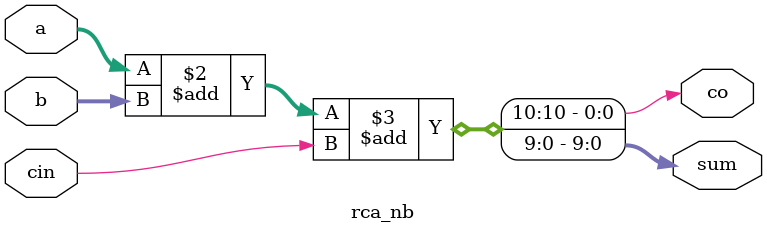
<source format=v>
`timescale 1ns / 1ps

//TODO Check to see if always block will perform the correct bit assignment.
//Unsure if co should be removed or needs to be accounted for.

module rca_nb(
    input [n-1:0] a,            //Smaller seq data provided by Reg1
    input [n-1:0] b,            //Larger seq data provided by Reg2
    input cin,                  //Not used in the Fibonicci seq circuit
    output reg [n-1:0] sum,     //RCA output data signal
    output reg co               //Not used in the Fibonicci seq circuit
    );
	
    parameter n = 10;           //parameter overwritten in top
    
    always @(a,b,cin)
    begin
       {co,sum} = a + b + cin;  //Store total in sum data signal and carry out status signal
    end
    
endmodule
</source>
